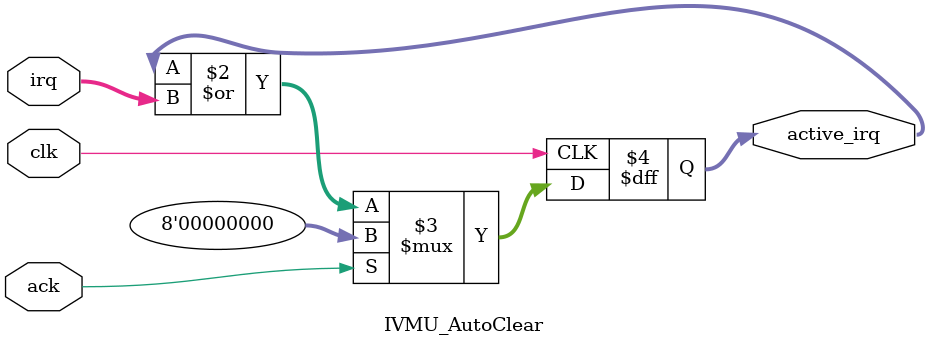
<source format=sv>
module IVMU_AutoClear #(parameter W=8) (
    input clk, ack,
    input [W-1:0] irq,
    output reg [W-1:0] active_irq
);

always @(posedge clk) begin
    active_irq <= ack ? {W{1'b0}} : (active_irq | irq);
end

endmodule
</source>
